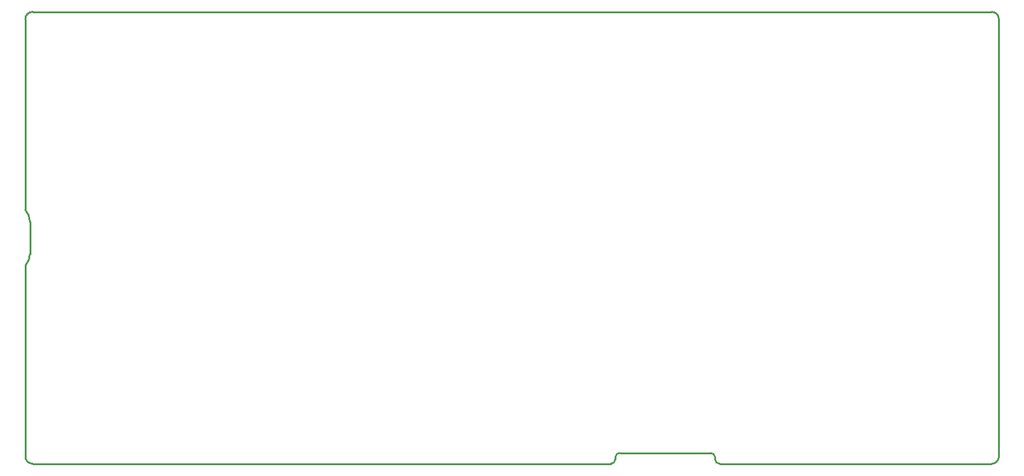
<source format=gm1>
G04*
G04 #@! TF.GenerationSoftware,Altium Limited,Altium Designer,21.3.2 (30)*
G04*
G04 Layer_Color=16711935*
%FSLAX24Y24*%
%MOIN*%
G70*
G04*
G04 #@! TF.SameCoordinates,DEC0B546-127E-4CDD-B314-4E0B8DF39A68*
G04*
G04*
G04 #@! TF.FilePolarity,Positive*
G04*
G01*
G75*
%ADD15C,0.0100*%
D15*
X253Y13399D02*
G03*
X-1Y14043I-945J0D01*
G01*
X-1Y10957D02*
G03*
X253Y11601I-691J644D01*
G01*
X38081Y250D02*
G03*
X38331Y0I250J0D01*
G01*
X38081Y350D02*
G03*
X37831Y600I-250J0D01*
G01*
X32822D02*
G03*
X32572Y350I0J-250D01*
G01*
X32322Y0D02*
G03*
X32572Y250I0J250D01*
G01*
X400Y25000D02*
G03*
X0Y24600I0J-400D01*
G01*
Y400D02*
G03*
X400Y-0I400J0D01*
G01*
X53350Y0D02*
G03*
X53750Y400I0J400D01*
G01*
Y24600D02*
G03*
X53350Y25000I-400J0D01*
G01*
X253Y11601D02*
Y13399D01*
X0Y14042D02*
Y24600D01*
Y400D02*
Y10958D01*
X53750Y400D02*
X53750Y24600D01*
X38081Y250D02*
Y350D01*
X32572Y250D02*
Y350D01*
X38331Y0D02*
X53350Y0D01*
X400Y-0D02*
X32322Y0D01*
X32822Y600D02*
X37831D01*
X400Y25000D02*
X53350D01*
M02*

</source>
